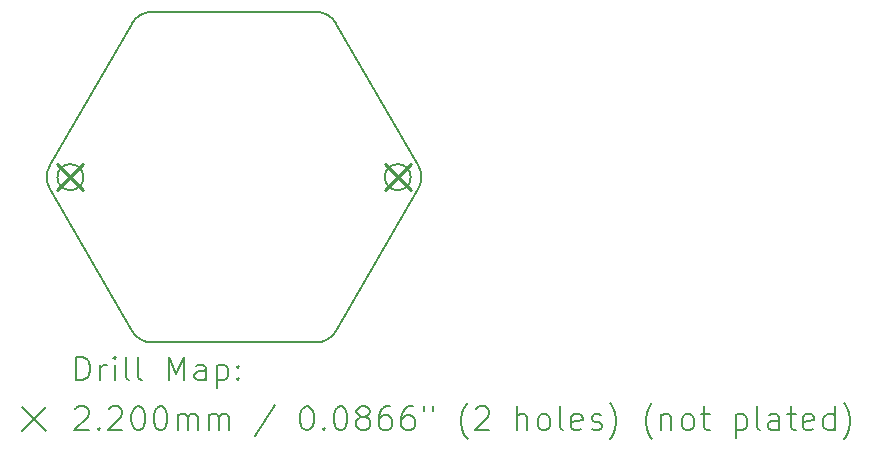
<source format=gbr>
%TF.GenerationSoftware,KiCad,Pcbnew,7.0.9*%
%TF.CreationDate,2024-01-11T17:27:43+09:00*%
%TF.ProjectId,LineIntegratedBoard,4c696e65-496e-4746-9567-726174656442,rev?*%
%TF.SameCoordinates,Original*%
%TF.FileFunction,Drillmap*%
%TF.FilePolarity,Positive*%
%FSLAX45Y45*%
G04 Gerber Fmt 4.5, Leading zero omitted, Abs format (unit mm)*
G04 Created by KiCad (PCBNEW 7.0.9) date 2024-01-11 17:27:43*
%MOMM*%
%LPD*%
G01*
G04 APERTURE LIST*
%ADD10C,0.200000*%
%ADD11C,0.220000*%
G04 APERTURE END LIST*
D10*
X13964359Y-9017000D02*
G75*
G03*
X13964359Y-9017000I-110000J0D01*
G01*
X16106025Y-10317000D02*
X16798846Y-9117000D01*
X14547180Y-10417000D02*
X15932820Y-10417000D01*
X14373975Y-7717000D02*
X13681154Y-8917000D01*
X14547180Y-7617000D02*
G75*
G03*
X14373975Y-7717000I0J-200000D01*
G01*
X16798846Y-9117000D02*
G75*
G03*
X16798846Y-8917000I-173206J100000D01*
G01*
X16735641Y-9017000D02*
G75*
G03*
X16735641Y-9017000I-110000J0D01*
G01*
X16798846Y-8917000D02*
X16106025Y-7717000D01*
X13681154Y-9117000D02*
X14373975Y-10317000D01*
X16106025Y-7717000D02*
G75*
G03*
X15932820Y-7617000I-173205J-100000D01*
G01*
X14373975Y-10317000D02*
G75*
G03*
X14547180Y-10417000I173205J100000D01*
G01*
X15932820Y-10417000D02*
G75*
G03*
X16106025Y-10317000I0J200000D01*
G01*
X13681154Y-8917000D02*
G75*
G03*
X13681154Y-9117000I173206J-100000D01*
G01*
X15932820Y-7617000D02*
X14547180Y-7617000D01*
D11*
X13743160Y-8907000D02*
X13963160Y-9127000D01*
X13963160Y-8907000D02*
X13743160Y-9127000D01*
X16516840Y-8907000D02*
X16736840Y-9127000D01*
X16736840Y-8907000D02*
X16516840Y-9127000D01*
D10*
X13905136Y-10738484D02*
X13905136Y-10538484D01*
X13905136Y-10538484D02*
X13952755Y-10538484D01*
X13952755Y-10538484D02*
X13981327Y-10548008D01*
X13981327Y-10548008D02*
X14000374Y-10567055D01*
X14000374Y-10567055D02*
X14009898Y-10586103D01*
X14009898Y-10586103D02*
X14019422Y-10624198D01*
X14019422Y-10624198D02*
X14019422Y-10652770D01*
X14019422Y-10652770D02*
X14009898Y-10690865D01*
X14009898Y-10690865D02*
X14000374Y-10709912D01*
X14000374Y-10709912D02*
X13981327Y-10728960D01*
X13981327Y-10728960D02*
X13952755Y-10738484D01*
X13952755Y-10738484D02*
X13905136Y-10738484D01*
X14105136Y-10738484D02*
X14105136Y-10605150D01*
X14105136Y-10643246D02*
X14114660Y-10624198D01*
X14114660Y-10624198D02*
X14124184Y-10614674D01*
X14124184Y-10614674D02*
X14143231Y-10605150D01*
X14143231Y-10605150D02*
X14162279Y-10605150D01*
X14228946Y-10738484D02*
X14228946Y-10605150D01*
X14228946Y-10538484D02*
X14219422Y-10548008D01*
X14219422Y-10548008D02*
X14228946Y-10557531D01*
X14228946Y-10557531D02*
X14238469Y-10548008D01*
X14238469Y-10548008D02*
X14228946Y-10538484D01*
X14228946Y-10538484D02*
X14228946Y-10557531D01*
X14352755Y-10738484D02*
X14333708Y-10728960D01*
X14333708Y-10728960D02*
X14324184Y-10709912D01*
X14324184Y-10709912D02*
X14324184Y-10538484D01*
X14457517Y-10738484D02*
X14438469Y-10728960D01*
X14438469Y-10728960D02*
X14428946Y-10709912D01*
X14428946Y-10709912D02*
X14428946Y-10538484D01*
X14686089Y-10738484D02*
X14686089Y-10538484D01*
X14686089Y-10538484D02*
X14752755Y-10681341D01*
X14752755Y-10681341D02*
X14819422Y-10538484D01*
X14819422Y-10538484D02*
X14819422Y-10738484D01*
X15000374Y-10738484D02*
X15000374Y-10633722D01*
X15000374Y-10633722D02*
X14990850Y-10614674D01*
X14990850Y-10614674D02*
X14971803Y-10605150D01*
X14971803Y-10605150D02*
X14933708Y-10605150D01*
X14933708Y-10605150D02*
X14914660Y-10614674D01*
X15000374Y-10728960D02*
X14981327Y-10738484D01*
X14981327Y-10738484D02*
X14933708Y-10738484D01*
X14933708Y-10738484D02*
X14914660Y-10728960D01*
X14914660Y-10728960D02*
X14905136Y-10709912D01*
X14905136Y-10709912D02*
X14905136Y-10690865D01*
X14905136Y-10690865D02*
X14914660Y-10671817D01*
X14914660Y-10671817D02*
X14933708Y-10662293D01*
X14933708Y-10662293D02*
X14981327Y-10662293D01*
X14981327Y-10662293D02*
X15000374Y-10652770D01*
X15095612Y-10605150D02*
X15095612Y-10805150D01*
X15095612Y-10614674D02*
X15114660Y-10605150D01*
X15114660Y-10605150D02*
X15152755Y-10605150D01*
X15152755Y-10605150D02*
X15171803Y-10614674D01*
X15171803Y-10614674D02*
X15181327Y-10624198D01*
X15181327Y-10624198D02*
X15190850Y-10643246D01*
X15190850Y-10643246D02*
X15190850Y-10700389D01*
X15190850Y-10700389D02*
X15181327Y-10719436D01*
X15181327Y-10719436D02*
X15171803Y-10728960D01*
X15171803Y-10728960D02*
X15152755Y-10738484D01*
X15152755Y-10738484D02*
X15114660Y-10738484D01*
X15114660Y-10738484D02*
X15095612Y-10728960D01*
X15276565Y-10719436D02*
X15286089Y-10728960D01*
X15286089Y-10728960D02*
X15276565Y-10738484D01*
X15276565Y-10738484D02*
X15267041Y-10728960D01*
X15267041Y-10728960D02*
X15276565Y-10719436D01*
X15276565Y-10719436D02*
X15276565Y-10738484D01*
X15276565Y-10614674D02*
X15286089Y-10624198D01*
X15286089Y-10624198D02*
X15276565Y-10633722D01*
X15276565Y-10633722D02*
X15267041Y-10624198D01*
X15267041Y-10624198D02*
X15276565Y-10614674D01*
X15276565Y-10614674D02*
X15276565Y-10633722D01*
X13444359Y-10967000D02*
X13644359Y-11167000D01*
X13644359Y-10967000D02*
X13444359Y-11167000D01*
X13895612Y-10977531D02*
X13905136Y-10968008D01*
X13905136Y-10968008D02*
X13924184Y-10958484D01*
X13924184Y-10958484D02*
X13971803Y-10958484D01*
X13971803Y-10958484D02*
X13990850Y-10968008D01*
X13990850Y-10968008D02*
X14000374Y-10977531D01*
X14000374Y-10977531D02*
X14009898Y-10996579D01*
X14009898Y-10996579D02*
X14009898Y-11015627D01*
X14009898Y-11015627D02*
X14000374Y-11044198D01*
X14000374Y-11044198D02*
X13886089Y-11158484D01*
X13886089Y-11158484D02*
X14009898Y-11158484D01*
X14095612Y-11139436D02*
X14105136Y-11148960D01*
X14105136Y-11148960D02*
X14095612Y-11158484D01*
X14095612Y-11158484D02*
X14086089Y-11148960D01*
X14086089Y-11148960D02*
X14095612Y-11139436D01*
X14095612Y-11139436D02*
X14095612Y-11158484D01*
X14181327Y-10977531D02*
X14190850Y-10968008D01*
X14190850Y-10968008D02*
X14209898Y-10958484D01*
X14209898Y-10958484D02*
X14257517Y-10958484D01*
X14257517Y-10958484D02*
X14276565Y-10968008D01*
X14276565Y-10968008D02*
X14286089Y-10977531D01*
X14286089Y-10977531D02*
X14295612Y-10996579D01*
X14295612Y-10996579D02*
X14295612Y-11015627D01*
X14295612Y-11015627D02*
X14286089Y-11044198D01*
X14286089Y-11044198D02*
X14171803Y-11158484D01*
X14171803Y-11158484D02*
X14295612Y-11158484D01*
X14419422Y-10958484D02*
X14438470Y-10958484D01*
X14438470Y-10958484D02*
X14457517Y-10968008D01*
X14457517Y-10968008D02*
X14467041Y-10977531D01*
X14467041Y-10977531D02*
X14476565Y-10996579D01*
X14476565Y-10996579D02*
X14486089Y-11034674D01*
X14486089Y-11034674D02*
X14486089Y-11082293D01*
X14486089Y-11082293D02*
X14476565Y-11120389D01*
X14476565Y-11120389D02*
X14467041Y-11139436D01*
X14467041Y-11139436D02*
X14457517Y-11148960D01*
X14457517Y-11148960D02*
X14438470Y-11158484D01*
X14438470Y-11158484D02*
X14419422Y-11158484D01*
X14419422Y-11158484D02*
X14400374Y-11148960D01*
X14400374Y-11148960D02*
X14390850Y-11139436D01*
X14390850Y-11139436D02*
X14381327Y-11120389D01*
X14381327Y-11120389D02*
X14371803Y-11082293D01*
X14371803Y-11082293D02*
X14371803Y-11034674D01*
X14371803Y-11034674D02*
X14381327Y-10996579D01*
X14381327Y-10996579D02*
X14390850Y-10977531D01*
X14390850Y-10977531D02*
X14400374Y-10968008D01*
X14400374Y-10968008D02*
X14419422Y-10958484D01*
X14609898Y-10958484D02*
X14628946Y-10958484D01*
X14628946Y-10958484D02*
X14647993Y-10968008D01*
X14647993Y-10968008D02*
X14657517Y-10977531D01*
X14657517Y-10977531D02*
X14667041Y-10996579D01*
X14667041Y-10996579D02*
X14676565Y-11034674D01*
X14676565Y-11034674D02*
X14676565Y-11082293D01*
X14676565Y-11082293D02*
X14667041Y-11120389D01*
X14667041Y-11120389D02*
X14657517Y-11139436D01*
X14657517Y-11139436D02*
X14647993Y-11148960D01*
X14647993Y-11148960D02*
X14628946Y-11158484D01*
X14628946Y-11158484D02*
X14609898Y-11158484D01*
X14609898Y-11158484D02*
X14590850Y-11148960D01*
X14590850Y-11148960D02*
X14581327Y-11139436D01*
X14581327Y-11139436D02*
X14571803Y-11120389D01*
X14571803Y-11120389D02*
X14562279Y-11082293D01*
X14562279Y-11082293D02*
X14562279Y-11034674D01*
X14562279Y-11034674D02*
X14571803Y-10996579D01*
X14571803Y-10996579D02*
X14581327Y-10977531D01*
X14581327Y-10977531D02*
X14590850Y-10968008D01*
X14590850Y-10968008D02*
X14609898Y-10958484D01*
X14762279Y-11158484D02*
X14762279Y-11025150D01*
X14762279Y-11044198D02*
X14771803Y-11034674D01*
X14771803Y-11034674D02*
X14790850Y-11025150D01*
X14790850Y-11025150D02*
X14819422Y-11025150D01*
X14819422Y-11025150D02*
X14838470Y-11034674D01*
X14838470Y-11034674D02*
X14847993Y-11053722D01*
X14847993Y-11053722D02*
X14847993Y-11158484D01*
X14847993Y-11053722D02*
X14857517Y-11034674D01*
X14857517Y-11034674D02*
X14876565Y-11025150D01*
X14876565Y-11025150D02*
X14905136Y-11025150D01*
X14905136Y-11025150D02*
X14924184Y-11034674D01*
X14924184Y-11034674D02*
X14933708Y-11053722D01*
X14933708Y-11053722D02*
X14933708Y-11158484D01*
X15028946Y-11158484D02*
X15028946Y-11025150D01*
X15028946Y-11044198D02*
X15038470Y-11034674D01*
X15038470Y-11034674D02*
X15057517Y-11025150D01*
X15057517Y-11025150D02*
X15086089Y-11025150D01*
X15086089Y-11025150D02*
X15105136Y-11034674D01*
X15105136Y-11034674D02*
X15114660Y-11053722D01*
X15114660Y-11053722D02*
X15114660Y-11158484D01*
X15114660Y-11053722D02*
X15124184Y-11034674D01*
X15124184Y-11034674D02*
X15143231Y-11025150D01*
X15143231Y-11025150D02*
X15171803Y-11025150D01*
X15171803Y-11025150D02*
X15190851Y-11034674D01*
X15190851Y-11034674D02*
X15200374Y-11053722D01*
X15200374Y-11053722D02*
X15200374Y-11158484D01*
X15590851Y-10948960D02*
X15419422Y-11206103D01*
X15847993Y-10958484D02*
X15867041Y-10958484D01*
X15867041Y-10958484D02*
X15886089Y-10968008D01*
X15886089Y-10968008D02*
X15895613Y-10977531D01*
X15895613Y-10977531D02*
X15905136Y-10996579D01*
X15905136Y-10996579D02*
X15914660Y-11034674D01*
X15914660Y-11034674D02*
X15914660Y-11082293D01*
X15914660Y-11082293D02*
X15905136Y-11120389D01*
X15905136Y-11120389D02*
X15895613Y-11139436D01*
X15895613Y-11139436D02*
X15886089Y-11148960D01*
X15886089Y-11148960D02*
X15867041Y-11158484D01*
X15867041Y-11158484D02*
X15847993Y-11158484D01*
X15847993Y-11158484D02*
X15828946Y-11148960D01*
X15828946Y-11148960D02*
X15819422Y-11139436D01*
X15819422Y-11139436D02*
X15809898Y-11120389D01*
X15809898Y-11120389D02*
X15800374Y-11082293D01*
X15800374Y-11082293D02*
X15800374Y-11034674D01*
X15800374Y-11034674D02*
X15809898Y-10996579D01*
X15809898Y-10996579D02*
X15819422Y-10977531D01*
X15819422Y-10977531D02*
X15828946Y-10968008D01*
X15828946Y-10968008D02*
X15847993Y-10958484D01*
X16000374Y-11139436D02*
X16009898Y-11148960D01*
X16009898Y-11148960D02*
X16000374Y-11158484D01*
X16000374Y-11158484D02*
X15990851Y-11148960D01*
X15990851Y-11148960D02*
X16000374Y-11139436D01*
X16000374Y-11139436D02*
X16000374Y-11158484D01*
X16133708Y-10958484D02*
X16152755Y-10958484D01*
X16152755Y-10958484D02*
X16171803Y-10968008D01*
X16171803Y-10968008D02*
X16181327Y-10977531D01*
X16181327Y-10977531D02*
X16190851Y-10996579D01*
X16190851Y-10996579D02*
X16200374Y-11034674D01*
X16200374Y-11034674D02*
X16200374Y-11082293D01*
X16200374Y-11082293D02*
X16190851Y-11120389D01*
X16190851Y-11120389D02*
X16181327Y-11139436D01*
X16181327Y-11139436D02*
X16171803Y-11148960D01*
X16171803Y-11148960D02*
X16152755Y-11158484D01*
X16152755Y-11158484D02*
X16133708Y-11158484D01*
X16133708Y-11158484D02*
X16114660Y-11148960D01*
X16114660Y-11148960D02*
X16105136Y-11139436D01*
X16105136Y-11139436D02*
X16095613Y-11120389D01*
X16095613Y-11120389D02*
X16086089Y-11082293D01*
X16086089Y-11082293D02*
X16086089Y-11034674D01*
X16086089Y-11034674D02*
X16095613Y-10996579D01*
X16095613Y-10996579D02*
X16105136Y-10977531D01*
X16105136Y-10977531D02*
X16114660Y-10968008D01*
X16114660Y-10968008D02*
X16133708Y-10958484D01*
X16314660Y-11044198D02*
X16295613Y-11034674D01*
X16295613Y-11034674D02*
X16286089Y-11025150D01*
X16286089Y-11025150D02*
X16276565Y-11006103D01*
X16276565Y-11006103D02*
X16276565Y-10996579D01*
X16276565Y-10996579D02*
X16286089Y-10977531D01*
X16286089Y-10977531D02*
X16295613Y-10968008D01*
X16295613Y-10968008D02*
X16314660Y-10958484D01*
X16314660Y-10958484D02*
X16352755Y-10958484D01*
X16352755Y-10958484D02*
X16371803Y-10968008D01*
X16371803Y-10968008D02*
X16381327Y-10977531D01*
X16381327Y-10977531D02*
X16390851Y-10996579D01*
X16390851Y-10996579D02*
X16390851Y-11006103D01*
X16390851Y-11006103D02*
X16381327Y-11025150D01*
X16381327Y-11025150D02*
X16371803Y-11034674D01*
X16371803Y-11034674D02*
X16352755Y-11044198D01*
X16352755Y-11044198D02*
X16314660Y-11044198D01*
X16314660Y-11044198D02*
X16295613Y-11053722D01*
X16295613Y-11053722D02*
X16286089Y-11063246D01*
X16286089Y-11063246D02*
X16276565Y-11082293D01*
X16276565Y-11082293D02*
X16276565Y-11120389D01*
X16276565Y-11120389D02*
X16286089Y-11139436D01*
X16286089Y-11139436D02*
X16295613Y-11148960D01*
X16295613Y-11148960D02*
X16314660Y-11158484D01*
X16314660Y-11158484D02*
X16352755Y-11158484D01*
X16352755Y-11158484D02*
X16371803Y-11148960D01*
X16371803Y-11148960D02*
X16381327Y-11139436D01*
X16381327Y-11139436D02*
X16390851Y-11120389D01*
X16390851Y-11120389D02*
X16390851Y-11082293D01*
X16390851Y-11082293D02*
X16381327Y-11063246D01*
X16381327Y-11063246D02*
X16371803Y-11053722D01*
X16371803Y-11053722D02*
X16352755Y-11044198D01*
X16562279Y-10958484D02*
X16524184Y-10958484D01*
X16524184Y-10958484D02*
X16505136Y-10968008D01*
X16505136Y-10968008D02*
X16495613Y-10977531D01*
X16495613Y-10977531D02*
X16476565Y-11006103D01*
X16476565Y-11006103D02*
X16467041Y-11044198D01*
X16467041Y-11044198D02*
X16467041Y-11120389D01*
X16467041Y-11120389D02*
X16476565Y-11139436D01*
X16476565Y-11139436D02*
X16486089Y-11148960D01*
X16486089Y-11148960D02*
X16505136Y-11158484D01*
X16505136Y-11158484D02*
X16543232Y-11158484D01*
X16543232Y-11158484D02*
X16562279Y-11148960D01*
X16562279Y-11148960D02*
X16571803Y-11139436D01*
X16571803Y-11139436D02*
X16581327Y-11120389D01*
X16581327Y-11120389D02*
X16581327Y-11072770D01*
X16581327Y-11072770D02*
X16571803Y-11053722D01*
X16571803Y-11053722D02*
X16562279Y-11044198D01*
X16562279Y-11044198D02*
X16543232Y-11034674D01*
X16543232Y-11034674D02*
X16505136Y-11034674D01*
X16505136Y-11034674D02*
X16486089Y-11044198D01*
X16486089Y-11044198D02*
X16476565Y-11053722D01*
X16476565Y-11053722D02*
X16467041Y-11072770D01*
X16752755Y-10958484D02*
X16714660Y-10958484D01*
X16714660Y-10958484D02*
X16695613Y-10968008D01*
X16695613Y-10968008D02*
X16686089Y-10977531D01*
X16686089Y-10977531D02*
X16667041Y-11006103D01*
X16667041Y-11006103D02*
X16657517Y-11044198D01*
X16657517Y-11044198D02*
X16657517Y-11120389D01*
X16657517Y-11120389D02*
X16667041Y-11139436D01*
X16667041Y-11139436D02*
X16676565Y-11148960D01*
X16676565Y-11148960D02*
X16695613Y-11158484D01*
X16695613Y-11158484D02*
X16733708Y-11158484D01*
X16733708Y-11158484D02*
X16752755Y-11148960D01*
X16752755Y-11148960D02*
X16762279Y-11139436D01*
X16762279Y-11139436D02*
X16771803Y-11120389D01*
X16771803Y-11120389D02*
X16771803Y-11072770D01*
X16771803Y-11072770D02*
X16762279Y-11053722D01*
X16762279Y-11053722D02*
X16752755Y-11044198D01*
X16752755Y-11044198D02*
X16733708Y-11034674D01*
X16733708Y-11034674D02*
X16695613Y-11034674D01*
X16695613Y-11034674D02*
X16676565Y-11044198D01*
X16676565Y-11044198D02*
X16667041Y-11053722D01*
X16667041Y-11053722D02*
X16657517Y-11072770D01*
X16847994Y-10958484D02*
X16847994Y-10996579D01*
X16924184Y-10958484D02*
X16924184Y-10996579D01*
X17219422Y-11234674D02*
X17209898Y-11225150D01*
X17209898Y-11225150D02*
X17190851Y-11196579D01*
X17190851Y-11196579D02*
X17181327Y-11177531D01*
X17181327Y-11177531D02*
X17171803Y-11148960D01*
X17171803Y-11148960D02*
X17162279Y-11101341D01*
X17162279Y-11101341D02*
X17162279Y-11063246D01*
X17162279Y-11063246D02*
X17171803Y-11015627D01*
X17171803Y-11015627D02*
X17181327Y-10987055D01*
X17181327Y-10987055D02*
X17190851Y-10968008D01*
X17190851Y-10968008D02*
X17209898Y-10939436D01*
X17209898Y-10939436D02*
X17219422Y-10929912D01*
X17286089Y-10977531D02*
X17295613Y-10968008D01*
X17295613Y-10968008D02*
X17314660Y-10958484D01*
X17314660Y-10958484D02*
X17362279Y-10958484D01*
X17362279Y-10958484D02*
X17381327Y-10968008D01*
X17381327Y-10968008D02*
X17390851Y-10977531D01*
X17390851Y-10977531D02*
X17400375Y-10996579D01*
X17400375Y-10996579D02*
X17400375Y-11015627D01*
X17400375Y-11015627D02*
X17390851Y-11044198D01*
X17390851Y-11044198D02*
X17276565Y-11158484D01*
X17276565Y-11158484D02*
X17400375Y-11158484D01*
X17638470Y-11158484D02*
X17638470Y-10958484D01*
X17724184Y-11158484D02*
X17724184Y-11053722D01*
X17724184Y-11053722D02*
X17714660Y-11034674D01*
X17714660Y-11034674D02*
X17695613Y-11025150D01*
X17695613Y-11025150D02*
X17667041Y-11025150D01*
X17667041Y-11025150D02*
X17647994Y-11034674D01*
X17647994Y-11034674D02*
X17638470Y-11044198D01*
X17847994Y-11158484D02*
X17828946Y-11148960D01*
X17828946Y-11148960D02*
X17819422Y-11139436D01*
X17819422Y-11139436D02*
X17809899Y-11120389D01*
X17809899Y-11120389D02*
X17809899Y-11063246D01*
X17809899Y-11063246D02*
X17819422Y-11044198D01*
X17819422Y-11044198D02*
X17828946Y-11034674D01*
X17828946Y-11034674D02*
X17847994Y-11025150D01*
X17847994Y-11025150D02*
X17876565Y-11025150D01*
X17876565Y-11025150D02*
X17895613Y-11034674D01*
X17895613Y-11034674D02*
X17905137Y-11044198D01*
X17905137Y-11044198D02*
X17914660Y-11063246D01*
X17914660Y-11063246D02*
X17914660Y-11120389D01*
X17914660Y-11120389D02*
X17905137Y-11139436D01*
X17905137Y-11139436D02*
X17895613Y-11148960D01*
X17895613Y-11148960D02*
X17876565Y-11158484D01*
X17876565Y-11158484D02*
X17847994Y-11158484D01*
X18028946Y-11158484D02*
X18009899Y-11148960D01*
X18009899Y-11148960D02*
X18000375Y-11129912D01*
X18000375Y-11129912D02*
X18000375Y-10958484D01*
X18181327Y-11148960D02*
X18162280Y-11158484D01*
X18162280Y-11158484D02*
X18124184Y-11158484D01*
X18124184Y-11158484D02*
X18105137Y-11148960D01*
X18105137Y-11148960D02*
X18095613Y-11129912D01*
X18095613Y-11129912D02*
X18095613Y-11053722D01*
X18095613Y-11053722D02*
X18105137Y-11034674D01*
X18105137Y-11034674D02*
X18124184Y-11025150D01*
X18124184Y-11025150D02*
X18162280Y-11025150D01*
X18162280Y-11025150D02*
X18181327Y-11034674D01*
X18181327Y-11034674D02*
X18190851Y-11053722D01*
X18190851Y-11053722D02*
X18190851Y-11072770D01*
X18190851Y-11072770D02*
X18095613Y-11091817D01*
X18267041Y-11148960D02*
X18286089Y-11158484D01*
X18286089Y-11158484D02*
X18324184Y-11158484D01*
X18324184Y-11158484D02*
X18343232Y-11148960D01*
X18343232Y-11148960D02*
X18352756Y-11129912D01*
X18352756Y-11129912D02*
X18352756Y-11120389D01*
X18352756Y-11120389D02*
X18343232Y-11101341D01*
X18343232Y-11101341D02*
X18324184Y-11091817D01*
X18324184Y-11091817D02*
X18295613Y-11091817D01*
X18295613Y-11091817D02*
X18276565Y-11082293D01*
X18276565Y-11082293D02*
X18267041Y-11063246D01*
X18267041Y-11063246D02*
X18267041Y-11053722D01*
X18267041Y-11053722D02*
X18276565Y-11034674D01*
X18276565Y-11034674D02*
X18295613Y-11025150D01*
X18295613Y-11025150D02*
X18324184Y-11025150D01*
X18324184Y-11025150D02*
X18343232Y-11034674D01*
X18419422Y-11234674D02*
X18428946Y-11225150D01*
X18428946Y-11225150D02*
X18447994Y-11196579D01*
X18447994Y-11196579D02*
X18457518Y-11177531D01*
X18457518Y-11177531D02*
X18467041Y-11148960D01*
X18467041Y-11148960D02*
X18476565Y-11101341D01*
X18476565Y-11101341D02*
X18476565Y-11063246D01*
X18476565Y-11063246D02*
X18467041Y-11015627D01*
X18467041Y-11015627D02*
X18457518Y-10987055D01*
X18457518Y-10987055D02*
X18447994Y-10968008D01*
X18447994Y-10968008D02*
X18428946Y-10939436D01*
X18428946Y-10939436D02*
X18419422Y-10929912D01*
X18781327Y-11234674D02*
X18771803Y-11225150D01*
X18771803Y-11225150D02*
X18752756Y-11196579D01*
X18752756Y-11196579D02*
X18743232Y-11177531D01*
X18743232Y-11177531D02*
X18733708Y-11148960D01*
X18733708Y-11148960D02*
X18724184Y-11101341D01*
X18724184Y-11101341D02*
X18724184Y-11063246D01*
X18724184Y-11063246D02*
X18733708Y-11015627D01*
X18733708Y-11015627D02*
X18743232Y-10987055D01*
X18743232Y-10987055D02*
X18752756Y-10968008D01*
X18752756Y-10968008D02*
X18771803Y-10939436D01*
X18771803Y-10939436D02*
X18781327Y-10929912D01*
X18857518Y-11025150D02*
X18857518Y-11158484D01*
X18857518Y-11044198D02*
X18867041Y-11034674D01*
X18867041Y-11034674D02*
X18886089Y-11025150D01*
X18886089Y-11025150D02*
X18914661Y-11025150D01*
X18914661Y-11025150D02*
X18933708Y-11034674D01*
X18933708Y-11034674D02*
X18943232Y-11053722D01*
X18943232Y-11053722D02*
X18943232Y-11158484D01*
X19067041Y-11158484D02*
X19047994Y-11148960D01*
X19047994Y-11148960D02*
X19038470Y-11139436D01*
X19038470Y-11139436D02*
X19028946Y-11120389D01*
X19028946Y-11120389D02*
X19028946Y-11063246D01*
X19028946Y-11063246D02*
X19038470Y-11044198D01*
X19038470Y-11044198D02*
X19047994Y-11034674D01*
X19047994Y-11034674D02*
X19067041Y-11025150D01*
X19067041Y-11025150D02*
X19095613Y-11025150D01*
X19095613Y-11025150D02*
X19114661Y-11034674D01*
X19114661Y-11034674D02*
X19124184Y-11044198D01*
X19124184Y-11044198D02*
X19133708Y-11063246D01*
X19133708Y-11063246D02*
X19133708Y-11120389D01*
X19133708Y-11120389D02*
X19124184Y-11139436D01*
X19124184Y-11139436D02*
X19114661Y-11148960D01*
X19114661Y-11148960D02*
X19095613Y-11158484D01*
X19095613Y-11158484D02*
X19067041Y-11158484D01*
X19190851Y-11025150D02*
X19267041Y-11025150D01*
X19219422Y-10958484D02*
X19219422Y-11129912D01*
X19219422Y-11129912D02*
X19228946Y-11148960D01*
X19228946Y-11148960D02*
X19247994Y-11158484D01*
X19247994Y-11158484D02*
X19267041Y-11158484D01*
X19486089Y-11025150D02*
X19486089Y-11225150D01*
X19486089Y-11034674D02*
X19505137Y-11025150D01*
X19505137Y-11025150D02*
X19543232Y-11025150D01*
X19543232Y-11025150D02*
X19562280Y-11034674D01*
X19562280Y-11034674D02*
X19571803Y-11044198D01*
X19571803Y-11044198D02*
X19581327Y-11063246D01*
X19581327Y-11063246D02*
X19581327Y-11120389D01*
X19581327Y-11120389D02*
X19571803Y-11139436D01*
X19571803Y-11139436D02*
X19562280Y-11148960D01*
X19562280Y-11148960D02*
X19543232Y-11158484D01*
X19543232Y-11158484D02*
X19505137Y-11158484D01*
X19505137Y-11158484D02*
X19486089Y-11148960D01*
X19695613Y-11158484D02*
X19676565Y-11148960D01*
X19676565Y-11148960D02*
X19667042Y-11129912D01*
X19667042Y-11129912D02*
X19667042Y-10958484D01*
X19857518Y-11158484D02*
X19857518Y-11053722D01*
X19857518Y-11053722D02*
X19847994Y-11034674D01*
X19847994Y-11034674D02*
X19828946Y-11025150D01*
X19828946Y-11025150D02*
X19790851Y-11025150D01*
X19790851Y-11025150D02*
X19771803Y-11034674D01*
X19857518Y-11148960D02*
X19838470Y-11158484D01*
X19838470Y-11158484D02*
X19790851Y-11158484D01*
X19790851Y-11158484D02*
X19771803Y-11148960D01*
X19771803Y-11148960D02*
X19762280Y-11129912D01*
X19762280Y-11129912D02*
X19762280Y-11110865D01*
X19762280Y-11110865D02*
X19771803Y-11091817D01*
X19771803Y-11091817D02*
X19790851Y-11082293D01*
X19790851Y-11082293D02*
X19838470Y-11082293D01*
X19838470Y-11082293D02*
X19857518Y-11072770D01*
X19924184Y-11025150D02*
X20000375Y-11025150D01*
X19952756Y-10958484D02*
X19952756Y-11129912D01*
X19952756Y-11129912D02*
X19962280Y-11148960D01*
X19962280Y-11148960D02*
X19981327Y-11158484D01*
X19981327Y-11158484D02*
X20000375Y-11158484D01*
X20143232Y-11148960D02*
X20124184Y-11158484D01*
X20124184Y-11158484D02*
X20086089Y-11158484D01*
X20086089Y-11158484D02*
X20067042Y-11148960D01*
X20067042Y-11148960D02*
X20057518Y-11129912D01*
X20057518Y-11129912D02*
X20057518Y-11053722D01*
X20057518Y-11053722D02*
X20067042Y-11034674D01*
X20067042Y-11034674D02*
X20086089Y-11025150D01*
X20086089Y-11025150D02*
X20124184Y-11025150D01*
X20124184Y-11025150D02*
X20143232Y-11034674D01*
X20143232Y-11034674D02*
X20152756Y-11053722D01*
X20152756Y-11053722D02*
X20152756Y-11072770D01*
X20152756Y-11072770D02*
X20057518Y-11091817D01*
X20324184Y-11158484D02*
X20324184Y-10958484D01*
X20324184Y-11148960D02*
X20305137Y-11158484D01*
X20305137Y-11158484D02*
X20267042Y-11158484D01*
X20267042Y-11158484D02*
X20247994Y-11148960D01*
X20247994Y-11148960D02*
X20238470Y-11139436D01*
X20238470Y-11139436D02*
X20228946Y-11120389D01*
X20228946Y-11120389D02*
X20228946Y-11063246D01*
X20228946Y-11063246D02*
X20238470Y-11044198D01*
X20238470Y-11044198D02*
X20247994Y-11034674D01*
X20247994Y-11034674D02*
X20267042Y-11025150D01*
X20267042Y-11025150D02*
X20305137Y-11025150D01*
X20305137Y-11025150D02*
X20324184Y-11034674D01*
X20400375Y-11234674D02*
X20409899Y-11225150D01*
X20409899Y-11225150D02*
X20428946Y-11196579D01*
X20428946Y-11196579D02*
X20438470Y-11177531D01*
X20438470Y-11177531D02*
X20447994Y-11148960D01*
X20447994Y-11148960D02*
X20457518Y-11101341D01*
X20457518Y-11101341D02*
X20457518Y-11063246D01*
X20457518Y-11063246D02*
X20447994Y-11015627D01*
X20447994Y-11015627D02*
X20438470Y-10987055D01*
X20438470Y-10987055D02*
X20428946Y-10968008D01*
X20428946Y-10968008D02*
X20409899Y-10939436D01*
X20409899Y-10939436D02*
X20400375Y-10929912D01*
M02*

</source>
